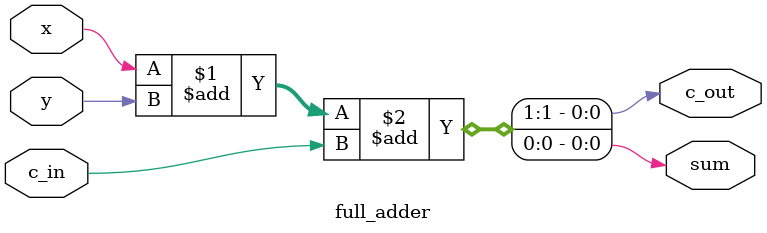
<source format=v>

module full_adder(x, y, c_in, sum, c_out);

	input x, y, c_in;
	output sum, c_out;

	assign {c_out, sum} = x + y + c_in;

endmodule

</source>
